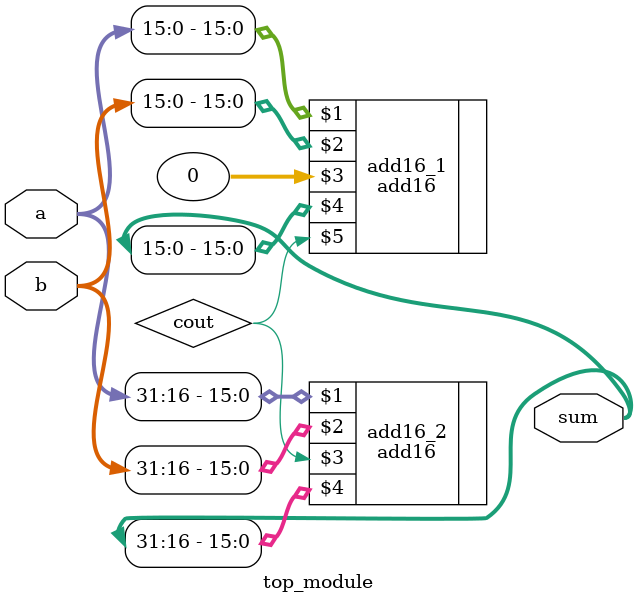
<source format=v>
module top_module(
    input [31:0] a,
    input [31:0] b,
    output [31:0] sum
);
    wire cout;
    add16 add16_1 ( a[15:0], b[15:0], 0, sum[15:0], cout);
    add16 add16_2 ( a[31:16], b[31:16], cout, sum[31:16]);

endmodule


</source>
